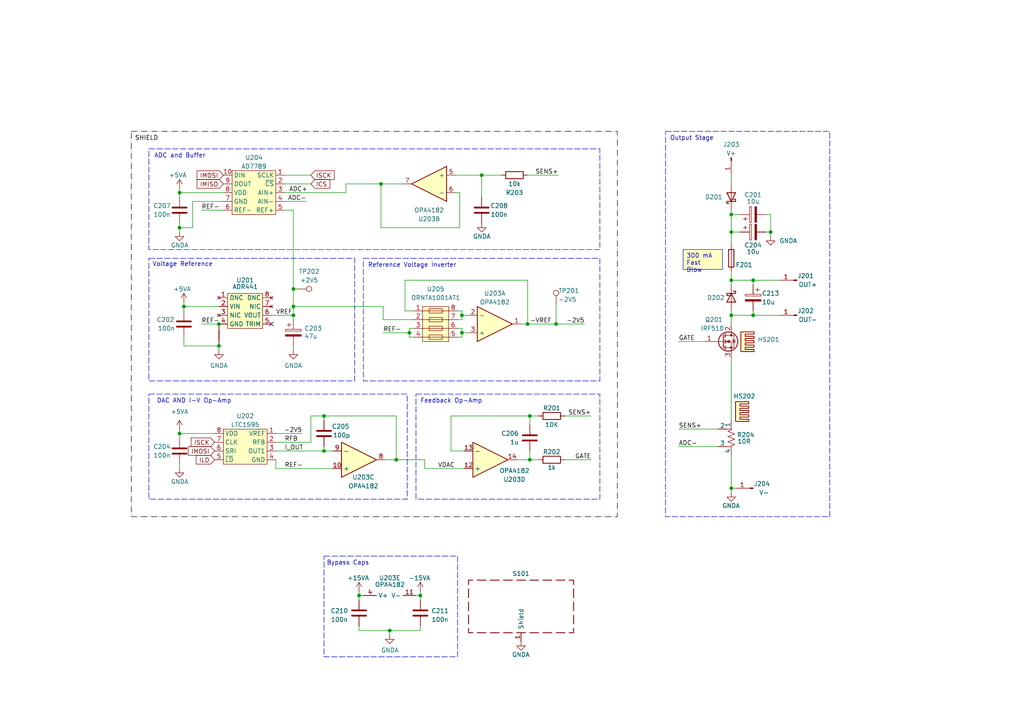
<source format=kicad_sch>
(kicad_sch (version 20250114) (generator "eeschema") (generator_version "9.0")
  (paper "A4")
  (title_block (title "Precision Current Source Analog") (date "2025-04-28") (rev "2.0") (company "M Morano"))
  (lib_symbols
    (symbol "Components:530002B02500G"
      (property "Reference" "HS" (at -1.27 7.62 0))
      (property "Value" "530002B02500G" (at -6.35 5.08 0))
      (symbol "530002B02500G_0_1"
        (polyline (pts (xy -0.254 0.254) (xy -0.889 0.254) (xy -0.889 2.794) (xy -1.524 2.794) (xy -1.524 0.254) (xy -2.159 0.254) (xy -2.159 2.794) (xy -2.794 2.794) (xy -2.794 -1.016) (xy -0.889 -1.016)) (stroke (width 0.254)) (fill (type background)))
        (polyline (pts (xy -0.254 0.254) (xy -0.254 2.794) (xy 0.381 2.794) (xy 0.381 0.254) (xy 1.016 0.254) (xy 1.016 2.794) (xy 1.651 2.794) (xy 1.651 0.254) (xy 2.286 0.254) (xy 2.286 2.794) (xy 2.921 2.794) (xy 2.921 -1.016) (xy -0.889 -1.016)) (stroke (width 0.254)) (fill (type background)))
      )
      (symbol "530002B02500G_1_1"
        (pin no_connect line (at -6.35 -3.81 0) (length 5.08) (hide yes) (name "1") (number "1"))
        (pin no_connect line (at 7.62 -3.81 180) (length 5.08) (hide yes) (name "2") (number "2"))
      )
    )
    (symbol "Components:AD7791"
      (property "Reference" "U" (at 0 11.43 0))
      (property "Value" "AD7791" (at 0 8.89 0))
      (symbol "AD7791_1_1"
        (rectangle (start -6.35 6.35) (end 6.35 -6.35) (fill (type background)))
        (pin input line (at -8.89 5.08 0) (length 2.54) (name "SCLK") (number "1"))
        (pin input line (at -8.89 2.54 0) (length 2.54) (name "~{CS}") (number "2"))
        (pin input line (at -8.89 0 0) (length 2.54) (name "AIN+") (number "3"))
        (pin input line (at -8.89 -2.54 0) (length 2.54) (name "AIN-") (number "4"))
        (pin input line (at -8.89 -5.08 0) (length 2.54) (name "REF+") (number "5"))
        (pin input line (at 8.89 5.08 180) (length 2.54) (name "DIN") (number "10"))
        (pin output line (at 8.89 2.54 180) (length 2.54) (name "DOUT") (number "9"))
        (pin power_in line (at 8.89 0 180) (length 2.54) (name "VDD") (number "8"))
        (pin power_in line (at 8.89 -2.54 180) (length 2.54) (name "GND") (number "7"))
        (pin power_in line (at 8.89 -5.08 180) (length 2.54) (name "REF-") (number "6"))
      )
    )
    (symbol "Components:ADR441"
      (property "Reference" "U" (at 0 6.35 0))
      (property "Value" "ADR441" (at -2.54 0 0))
      (symbol "ADR441_1_1"
        (rectangle (start -5.08 5.08) (end 5.08 -5.08) (fill (type background)))
        (pin no_connect line (at -7.62 3.81 0) (length 2.54) (name "DNC") (number "1"))
        (pin power_in line (at -7.62 1.27 0) (length 2.54) (name "VIN") (number "2"))
        (pin no_connect line (at -7.62 -1.27 0) (length 2.54) (name "NIC") (number "3"))
        (pin power_in line (at -7.62 -3.81 0) (length 2.54) (name "GND") (number "4"))
        (pin no_connect line (at 7.62 3.81 180) (length 2.54) (name "DNC") (number "8"))
        (pin no_connect line (at 7.62 1.27 180) (length 2.54) (name "NIC") (number "7"))
        (pin output line (at 7.62 -1.27 180) (length 2.54) (name "VOUT") (number "6"))
        (pin input line (at 7.62 -3.81 180) (length 2.54) (name "TRIM") (number "5"))
      )
    )
    (symbol "Components:LTC1595"
      (property "Reference" "U" (at 0 0 0))
      (property "Value" "LTC1595" (at 0 0 0))
      (symbol "LTC1595_1_1"
        (rectangle (start -6.35 5.08) (end 6.35 -5.08) (fill (type background)))
        (pin input line (at -8.89 3.81 0) (length 2.54) (name "VREF") (number "1"))
        (pin input line (at -8.89 1.27 0) (length 2.54) (name "RFB") (number "2"))
        (pin output line (at -8.89 -1.27 0) (length 2.54) (name "OUT1") (number "3"))
        (pin power_in line (at -8.89 -3.81 0) (length 2.54) (name "GND") (number "4"))
        (pin power_in line (at 8.89 3.81 180) (length 2.54) (name "VDD") (number "8"))
        (pin input line (at 8.89 1.27 180) (length 2.54) (name "CLK") (number "7"))
        (pin input line (at 8.89 -1.27 180) (length 2.54) (name "SRI") (number "6"))
        (pin input line (at 8.89 -3.81 180) (length 2.54) (name "~{LD}") (number "5"))
      )
    )
    (symbol "Components:ORNTA1001AT1"
      (property "Reference" "U" (at 0 9.525 0))
      (property "Value" "ORNTA1001AT1" (at 0 6.985 0))
      (symbol "ORNTA1001AT1_0_1"
        (polyline (pts (xy -3.81 3.81) (xy 3.81 3.81)))
        (polyline (pts (xy -3.81 1.27) (xy 3.81 1.27)))
        (polyline (pts (xy -3.81 -1.27) (xy 3.81 -1.27)))
        (polyline (pts (xy -3.81 -3.81) (xy 3.81 -3.81)))
        (rectangle (start -1.905 4.445) (end 1.905 3.175))
        (rectangle (start -1.905 1.905) (end 1.905 0.635))
        (rectangle (start -1.905 -0.635) (end 1.905 -1.905))
        (rectangle (start -1.905 -3.175) (end 1.905 -4.445))
      )
      (symbol "ORNTA1001AT1_1_1"
        (rectangle (start -3.81 5.08) (end 3.81 -5.08) (fill (type background)))
        (pin bidirectional line (at -6.35 3.81 0) (length 2.54) (name "") (number "1"))
        (pin bidirectional line (at -6.35 1.27 0) (length 2.54) (name "") (number "2"))
        (pin bidirectional line (at -6.35 -1.27 0) (length 2.54) (name "") (number "3"))
        (pin bidirectional line (at -6.35 -3.81 0) (length 2.54) (name "") (number "4"))
        (pin bidirectional line (at 6.35 3.81 180) (length 2.54) (name "") (number "8"))
        (pin bidirectional line (at 6.35 1.27 180) (length 2.54) (name "") (number "7"))
        (pin bidirectional line (at 6.35 -1.27 180) (length 2.54) (name "") (number "6"))
        (pin bidirectional line (at 6.35 -3.81 180) (length 2.54) (name "") (number "5"))
      )
    )
    (symbol "Connector:Conn_01x01_Pin" (pin_names (offset 1.016) (hide yes))
      (property "Reference" "J" (at 0 2.54 0))
      (property "Value" "Conn_01x01_Pin" (at 0 -2.54 0))
      (symbol "Conn_01x01_Pin_1_1"
        (rectangle (start 0.8636 0.127) (end 0 -0.127) (stroke (width 0.1524)) (fill (type outline)))
        (polyline (pts (xy 1.27 0) (xy 0.8636 0)) (stroke (width 0.1524)))
        (pin passive line (at 5.08 0 180) (length 3.81) (name "Pin_1") (number "1"))
      )
    )
    (symbol "Connector:TestPoint" (pin_numbers (hide yes)) (pin_names (offset 0.762) (hide yes))
      (property "Reference" "TP" (at 0 6.858 0))
      (property "Value" "TestPoint" (at 0 5.08 0))
      (symbol "TestPoint_0_1"
        (circle (center 0 3.302) (radius 0.762))
      )
      (symbol "TestPoint_1_1"
        (pin passive line (at 0 0 90) (length 2.54) (name "1") (number "1"))
      )
    )
    (symbol "Device:C" (pin_numbers (hide yes)) (pin_names (offset 0.254))
      (property "Reference" "C" (at 0.635 2.54 0))
      (property "Value" "C" (at 0.635 -2.54 0))
      (symbol "C_0_1"
        (polyline (pts (xy -2.032 0.762) (xy 2.032 0.762)) (stroke (width 0.508)))
        (polyline (pts (xy -2.032 -0.762) (xy 2.032 -0.762)) (stroke (width 0.508)))
      )
      (symbol "C_1_1"
        (pin passive line (at 0 3.81 270) (length 2.794) (name "~") (number "1"))
        (pin passive line (at 0 -3.81 90) (length 2.794) (name "~") (number "2"))
      )
    )
    (symbol "Device:C_Polarized" (pin_numbers (hide yes)) (pin_names (offset 0.254))
      (property "Reference" "C" (at 0.635 2.54 0))
      (property "Value" "C_Polarized" (at 0.635 -2.54 0))
      (symbol "C_Polarized_0_1"
        (rectangle (start -2.286 0.508) (end 2.286 1.016))
        (polyline (pts (xy -1.778 2.286) (xy -0.762 2.286)))
        (polyline (pts (xy -1.27 2.794) (xy -1.27 1.778)))
        (rectangle (start 2.286 -0.508) (end -2.286 -1.016) (fill (type outline)))
      )
      (symbol "C_Polarized_1_1"
        (pin passive line (at 0 3.81 270) (length 2.794) (name "~") (number "1"))
        (pin passive line (at 0 -3.81 90) (length 2.794) (name "~") (number "2"))
      )
    )
    (symbol "Device:D_Schottky" (pin_numbers (hide yes)) (pin_names (offset 1.016) (hide yes))
      (property "Reference" "D" (at 0 2.54 0))
      (property "Value" "D_Schottky" (at 0 -2.54 0))
      (symbol "D_Schottky_0_1"
        (polyline (pts (xy -1.905 0.635) (xy -1.905 1.27) (xy -1.27 1.27) (xy -1.27 -1.27) (xy -0.635 -1.27) (xy -0.635 -0.635)) (stroke (width 0.254)))
        (polyline (pts (xy 1.27 1.27) (xy 1.27 -1.27) (xy -1.27 0) (xy 1.27 1.27)) (stroke (width 0.254)))
        (polyline (pts (xy 1.27 0) (xy -1.27 0)))
      )
      (symbol "D_Schottky_1_1"
        (pin passive line (at -3.81 0 0) (length 2.54) (name "K") (number "1"))
        (pin passive line (at 3.81 0 180) (length 2.54) (name "A") (number "2"))
      )
    )
    (symbol "Device:Fuse" (pin_numbers (hide yes)) (pin_names (offset 0))
      (property "Reference" "F" (at 2.032 0 90))
      (property "Value" "Fuse" (at -1.905 0 90))
      (symbol "Fuse_0_1"
        (rectangle (start -0.762 -2.54) (end 0.762 2.54) (stroke (width 0.254)))
        (polyline (pts (xy 0 2.54) (xy 0 -2.54)))
      )
      (symbol "Fuse_1_1"
        (pin passive line (at 0 3.81 270) (length 1.27) (name "~") (number "1"))
        (pin passive line (at 0 -3.81 90) (length 1.27) (name "~") (number "2"))
      )
    )
    (symbol "Device:NetTie_2" (pin_numbers (hide yes)) (pin_names (offset 0) (hide yes)) (in_bom no)
      (property "Reference" "NT" (at 0 1.27 0))
      (property "Value" "NetTie_2" (at 0 -1.27 0))
      (symbol "NetTie_2_0_1"
        (polyline (pts (xy -1.27 0) (xy 1.27 0)) (stroke (width 0.254)))
      )
      (symbol "NetTie_2_1_1"
        (pin passive line (at -2.54 0 0) (length 2.54) (name "1") (number "1"))
        (pin passive line (at 2.54 0 180) (length 2.54) (name "2") (number "2"))
      )
    )
    (symbol "Device:Opamp_Quad"
      (property "Reference" "U" (at 0 5.08 0))
      (property "Value" "Opamp_Quad" (at 0 -5.08 0))
      (symbol "Opamp_Quad_1_1"
        (polyline (pts (xy -5.08 5.08) (xy 5.08 0) (xy -5.08 -5.08) (xy -5.08 5.08)) (stroke (width 0.254)) (fill (type background)))
        (pin input line (at -7.62 2.54 0) (length 2.54) (name "+") (number "3"))
        (pin input line (at -7.62 -2.54 0) (length 2.54) (name "-") (number "2"))
        (pin output line (at 7.62 0 180) (length 2.54) (name "~") (number "1"))
      )
      (symbol "Opamp_Quad_2_1"
        (polyline (pts (xy -5.08 5.08) (xy 5.08 0) (xy -5.08 -5.08) (xy -5.08 5.08)) (stroke (width 0.254)) (fill (type background)))
        (pin input line (at -7.62 2.54 0) (length 2.54) (name "+") (number "5"))
        (pin input line (at -7.62 -2.54 0) (length 2.54) (name "-") (number "6"))
        (pin output line (at 7.62 0 180) (length 2.54) (name "~") (number "7"))
      )
      (symbol "Opamp_Quad_3_1"
        (polyline (pts (xy -5.08 5.08) (xy 5.08 0) (xy -5.08 -5.08) (xy -5.08 5.08)) (stroke (width 0.254)) (fill (type background)))
        (pin input line (at -7.62 2.54 0) (length 2.54) (name "+") (number "10"))
        (pin input line (at -7.62 -2.54 0) (length 2.54) (name "-") (number "9"))
        (pin output line (at 7.62 0 180) (length 2.54) (name "~") (number "8"))
      )
      (symbol "Opamp_Quad_4_1"
        (polyline (pts (xy -5.08 5.08) (xy 5.08 0) (xy -5.08 -5.08) (xy -5.08 5.08)) (stroke (width 0.254)) (fill (type background)))
        (pin input line (at -7.62 2.54 0) (length 2.54) (name "+") (number "12"))
        (pin input line (at -7.62 -2.54 0) (length 2.54) (name "-") (number "13"))
        (pin output line (at 7.62 0 180) (length 2.54) (name "~") (number "14"))
      )
      (symbol "Opamp_Quad_5_1"
        (pin power_in line (at -2.54 7.62 270) (length 3.81) (name "V+") (number "4"))
        (pin power_in line (at -2.54 -7.62 90) (length 3.81) (name "V-") (number "11"))
      )
    )
    (symbol "Device:Q_NMOS_GDS" (pin_names (offset 0) (hide yes))
      (property "Reference" "Q" (at 5.08 1.27 0))
      (property "Value" "Q_NMOS_GDS" (at 5.08 -1.27 0))
      (symbol "Q_NMOS_GDS_0_1"
        (polyline (pts (xy 0.254 1.905) (xy 0.254 -1.905)) (stroke (width 0.254)))
        (polyline (pts (xy 0.254 0) (xy -2.54 0)))
        (polyline (pts (xy 0.762 2.286) (xy 0.762 1.27)) (stroke (width 0.254)))
        (polyline (pts (xy 0.762 0.508) (xy 0.762 -0.508)) (stroke (width 0.254)))
        (polyline (pts (xy 0.762 -1.27) (xy 0.762 -2.286)) (stroke (width 0.254)))
        (polyline (pts (xy 0.762 -1.778) (xy 3.302 -1.778) (xy 3.302 1.778) (xy 0.762 1.778)))
        (polyline (pts (xy 1.016 0) (xy 2.032 0.381) (xy 2.032 -0.381) (xy 1.016 0)) (fill (type outline)))
        (circle (center 1.651 0) (radius 2.794) (stroke (width 0.254)))
        (polyline (pts (xy 2.54 2.54) (xy 2.54 1.778)))
        (circle (center 2.54 1.778) (radius 0.254) (fill (type outline)))
        (circle (center 2.54 -1.778) (radius 0.254) (fill (type outline)))
        (polyline (pts (xy 2.54 -2.54) (xy 2.54 0) (xy 0.762 0)))
        (polyline (pts (xy 2.794 0.508) (xy 2.921 0.381) (xy 3.683 0.381) (xy 3.81 0.254)))
        (polyline (pts (xy 3.302 0.381) (xy 2.921 -0.254) (xy 3.683 -0.254) (xy 3.302 0.381)))
      )
      (symbol "Q_NMOS_GDS_1_1"
        (pin input line (at -5.08 0 0) (length 2.54) (name "G") (number "1"))
        (pin passive line (at 2.54 5.08 270) (length 2.54) (name "D") (number "2"))
        (pin passive line (at 2.54 -5.08 90) (length 2.54) (name "S") (number "3"))
      )
    )
    (symbol "Device:R" (pin_numbers (hide yes)) (pin_names (offset 0))
      (property "Reference" "R" (at 2.032 0 90))
      (property "Value" "R" (at 0 0 90))
      (symbol "R_0_1"
        (rectangle (start -1.016 -2.54) (end 1.016 2.54) (stroke (width 0.254)))
      )
      (symbol "R_1_1"
        (pin passive line (at 0 3.81 270) (length 1.27) (name "~") (number "1"))
        (pin passive line (at 0 -3.81 90) (length 1.27) (name "~") (number "2"))
      )
    )
    (symbol "Device:RFShield_OnePiece" (pin_names (offset 1.016))
      (property "Reference" "J" (at 0 5.08 0))
      (property "Value" "RFShield_OnePiece" (at 0 2.54 0))
      (symbol "RFShield_OnePiece_0_1"
        (polyline (pts (xy -15.24 6.35) (xy -15.24 7.62) (xy -13.97 7.62)) (stroke (width 0.254)))
        (polyline (pts (xy -15.24 2.54) (xy -15.24 5.08)) (stroke (width 0.254)))
        (polyline (pts (xy -15.24 -1.27) (xy -15.24 1.27)) (stroke (width 0.254)))
        (polyline (pts (xy -15.24 -5.08) (xy -15.24 -2.54)) (stroke (width 0.254)))
        (polyline (pts (xy -13.97 -7.62) (xy -15.24 -7.62) (xy -15.24 -6.35)) (stroke (width 0.254)))
        (polyline (pts (xy -12.7 7.62) (xy -10.16 7.62)) (stroke (width 0.254)))
        (polyline (pts (xy -10.16 -7.62) (xy -12.7 -7.62)) (stroke (width 0.254)))
        (polyline (pts (xy -6.35 7.62) (xy -8.89 7.62)) (stroke (width 0.254)))
        (polyline (pts (xy -6.35 -7.62) (xy -8.89 -7.62)) (stroke (width 0.254)))
        (polyline (pts (xy -2.54 7.62) (xy -5.08 7.62)) (stroke (width 0.254)))
        (polyline (pts (xy -2.54 -7.62) (xy -5.08 -7.62)) (stroke (width 0.254)))
        (polyline (pts (xy -1.27 -7.62) (xy 1.27 -7.62)) (stroke (width 0.254)))
        (polyline (pts (xy 1.27 7.62) (xy -1.27 7.62)) (stroke (width 0.254)))
        (polyline (pts (xy 2.54 -7.62) (xy 5.08 -7.62)) (stroke (width 0.254)))
        (polyline (pts (xy 5.08 7.62) (xy 2.54 7.62)) (stroke (width 0.254)))
        (polyline (pts (xy 6.35 -7.62) (xy 8.89 -7.62)) (stroke (width 0.254)))
        (polyline (pts (xy 8.89 7.62) (xy 6.35 7.62)) (stroke (width 0.254)))
        (polyline (pts (xy 10.16 -7.62) (xy 12.7 -7.62)) (stroke (width 0.254)))
        (polyline (pts (xy 12.7 7.62) (xy 10.16 7.62)) (stroke (width 0.254)))
        (polyline (pts (xy 13.97 -7.62) (xy 15.24 -7.62) (xy 15.24 -6.35)) (stroke (width 0.254)))
        (polyline (pts (xy 15.24 6.35) (xy 15.24 7.62) (xy 13.97 7.62)) (stroke (width 0.254)))
        (polyline (pts (xy 15.24 2.54) (xy 15.24 5.08)) (stroke (width 0.254)))
        (polyline (pts (xy 15.24 -1.27) (xy 15.24 1.27)) (stroke (width 0.254)))
        (polyline (pts (xy 15.24 -5.08) (xy 15.24 -2.54)) (stroke (width 0.254)))
      )
      (symbol "RFShield_OnePiece_1_1"
        (pin passive line (at 0 -10.16 90) (length 2.54) (name "Shield") (number "1"))
      )
    )
    (symbol "Device:R_Shunt_US" (pin_numbers (hide yes)) (pin_names (offset 0))
      (property "Reference" "R" (at -5.08 0 90))
      (property "Value" "R_Shunt_US" (at -3.048 0 90))
      (symbol "R_Shunt_US_1_1"
        (polyline (pts (xy 0 2.286) (xy 0 2.54)))
        (polyline (pts (xy 0 2.286) (xy 1.016 1.905) (xy 0 1.524) (xy -1.016 1.143) (xy 0 0.762)))
        (polyline (pts (xy 0 0.762) (xy 1.016 0.381) (xy 0 0) (xy -1.016 -0.381) (xy 0 -0.762)))
        (polyline (pts (xy 0 -0.762) (xy 1.016 -1.143) (xy 0 -1.524) (xy -1.016 -1.905) (xy 0 -2.286)))
        (polyline (pts (xy 0 -2.286) (xy 0 -2.54)))
        (polyline (pts (xy 0 -2.54) (xy 1.27 -2.54)))
        (polyline (pts (xy 1.27 2.54) (xy 0 2.54)))
        (pin passive line (at 0 5.08 270) (length 2.54) (name "1") (number "1"))
        (pin passive line (at 0 -5.08 90) (length 2.54) (name "4") (number "4"))
        (pin passive line (at 3.81 2.54 180) (length 2.54) (name "2") (number "2"))
        (pin passive line (at 3.81 -2.54 180) (length 2.54) (name "3") (number "3"))
      )
    )
    (symbol "Mechanical:Heatsink" (pin_names (offset 1.016))
      (property "Reference" "HS" (at 0 5.08 0))
      (property "Value" "Heatsink" (at 0 -1.27 0))
      (symbol "Heatsink_0_1"
        (polyline (pts (xy -0.3302 1.27) (xy -0.9652 1.27) (xy -0.9652 3.81) (xy -1.6002 3.81) (xy -1.6002 1.27) (xy -2.2352 1.27) (xy -2.2352 3.81) (xy -2.8702 3.81) (xy -2.8702 0) (xy -0.9652 0)) (stroke (width 0.254)) (fill (type background)))
        (polyline (pts (xy -0.3302 1.27) (xy -0.3302 3.81) (xy 0.3048 3.81) (xy 0.3048 1.27) (xy 0.9398 1.27) (xy 0.9398 3.81) (xy 1.5748 3.81) (xy 1.5748 1.27) (xy 2.2098 1.27) (xy 2.2098 3.81) (xy 2.8448 3.81) (xy 2.8448 0) (xy -0.9652 0)) (stroke (width 0.254)) (fill (type background)))
      )
    )
    (symbol "power:+15V" (power) (pin_numbers (hide yes)) (pin_names (offset 0) (hide yes))
      (property "Value" "+15V" (at 0 3.556 0))
      (symbol "+15V_0_1"
        (polyline (pts (xy -0.762 1.27) (xy 0 2.54)))
        (polyline (pts (xy 0 2.54) (xy 0.762 1.27)))
        (polyline (pts (xy 0 0) (xy 0 2.54)))
      )
      (symbol "+15V_1_1"
        (pin power_in line (at 0 0 90) (length 0) (name "~") (number "1"))
      )
    )
    (symbol "power:+5VA" (power) (pin_numbers (hide yes)) (pin_names (offset 0) (hide yes))
      (property "Value" "+5VA" (at 0 3.556 0))
      (symbol "+5VA_0_1"
        (polyline (pts (xy -0.762 1.27) (xy 0 2.54)))
        (polyline (pts (xy 0 2.54) (xy 0.762 1.27)))
        (polyline (pts (xy 0 0) (xy 0 2.54)))
      )
      (symbol "+5VA_1_1"
        (pin power_in line (at 0 0 90) (length 0) (name "~") (number "1"))
      )
    )
    (symbol "power:GNDA" (power) (pin_names (offset 0))
      (property "Value" "GNDA" (at 0 -3.81 0))
      (symbol "GNDA_0_1"
        (polyline (pts (xy 0 0) (xy 0 -1.27) (xy 1.27 -1.27) (xy 0 -2.54) (xy -1.27 -1.27) (xy 0 -1.27)))
      )
      (symbol "GNDA_1_1"
        (pin power_in line (at 0 0 270) (length 0) (hide yes) (name "GNDA") (number "1"))
      )
    )
  )
  (rectangle (start 193.04 38.1) (end 240.665 149.86) (stroke (width 0) (type dash)))
  (rectangle (start 93.98 161.29) (end 132.715 190.5) (stroke (width 0) (type dash)))
  (rectangle (start 120.65 114.3) (end 173.99 144.78) (stroke (width 0) (type dash)))
  (rectangle (start 43.18 74.93) (end 102.87 110.49) (stroke (width 0) (type dash)))
  (rectangle (start 43.18 43.18) (end 173.99 72.39) (stroke (width 0) (type dash)))
  (rectangle (start 38.1 38.1) (end 179.07 149.86) (stroke (width 0) (type dash_dot) (color 0 0 0 1)))
  (rectangle (start 105.41 74.93) (end 173.99 110.49) (stroke (width 0) (type dash)))
  (rectangle (start 43.18 114.3) (end 118.11 144.78) (stroke (width 0) (type dash)))
  (text "ADC and Buffer" (at 44.704 45.974 0) (effects (font (size 1.27 1.27)) (justify left bottom)))
  (text "SHIELD" (at 39.116 40.894 0) (effects (font (size 1.27 1.27)) (justify left bottom)))
  (text "Reference Voltage Inverter" (at 106.68 77.724 0) (effects (font (size 1.27 1.27)) (justify left bottom)))
  (text "Feedback Op-Amp" (at 121.92 117.094 0) (effects (font (size 1.27 1.27)) (justify left bottom)))
  (text "Voltage Reference" (at 44.196 77.47 0) (effects (font (size 1.27 1.27)) (justify left bottom)))
  (text "DAC AND I-V Op-Amp" (at 45.466 117.094 0) (effects (font (size 1.27 1.27)) (justify left bottom)))
  (text "Output Stage" (at 194.31 40.894 0) (effects (font (size 1.27 1.27)) (justify left bottom)))
  (text "Bypass Caps" (at 94.742 164.084 0) (effects (font (size 1.27 1.27)) (justify left bottom)))
  (text_box "300 mA\nFast Blow" (at 198.12 72.39 0) (size 11.43 5.715) (margins 0.9525 0.9525 0.9525 0.9525) (fill (type color) (color 255 255 194 1)) (effects (font (size 1.27 1.27)) (justify left top)))
  (junction (at 218.44 91.44))
  (junction (at 93.98 130.81))
  (junction (at 63.5 100.33))
  (junction (at 121.92 172.72))
  (junction (at 133.985 96.52))
  (junction (at 85.09 83.82))
  (junction (at 212.09 81.28))
  (junction (at 212.09 62.23))
  (junction (at 53.34 88.9))
  (junction (at 153.67 133.35))
  (junction (at 153.67 120.65))
  (junction (at 212.09 67.31))
  (junction (at 133.985 91.44))
  (junction (at 63.5 93.98))
  (junction (at 212.09 91.44))
  (junction (at 104.14 172.72))
  (junction (at 118.745 96.52))
  (junction (at 161.29 93.98))
  (junction (at 114.935 133.35))
  (junction (at 110.49 53.34))
  (junction (at 218.44 81.28))
  (junction (at 52.07 66.04))
  (junction (at 153.035 93.98))
  (junction (at 223.52 67.31))
  (junction (at 85.09 88.9))
  (junction (at 85.09 91.44))
  (junction (at 212.09 141.605))
  (junction (at 139.7 50.8))
  (junction (at 113.03 182.88))
  (junction (at 52.07 55.88))
  (junction (at 52.07 125.73))
  (junction (at 93.98 120.65))
  (no_connect (at 78.74 93.98))
  (wire (pts (xy 132.08 55.88) (xy 133.35 55.88)))
  (wire (pts (xy 111.125 92.71) (xy 111.125 88.9)))
  (wire (pts (xy 212.09 81.28) (xy 218.44 81.28)))
  (wire (pts (xy 121.92 171.45) (xy 121.92 172.72)))
  (wire (pts (xy 123.19 135.89) (xy 134.62 135.89)))
  (wire (pts (xy 85.09 88.9) (xy 85.09 91.44)))
  (wire (pts (xy 223.52 62.23) (xy 222.25 62.23)))
  (wire (pts (xy 117.475 90.17) (xy 120.015 90.17)))
  (wire (pts (xy 121.92 182.88) (xy 121.92 181.61)))
  (wire (pts (xy 53.34 87.63) (xy 53.34 88.9)))
  (wire (pts (xy 52.07 125.73) (xy 52.07 124.46)))
  (wire (pts (xy 212.09 141.605) (xy 212.09 142.875)))
  (wire (pts (xy 114.935 133.35) (xy 114.935 120.65)))
  (wire (pts (xy 55.88 58.42) (xy 55.88 66.04)))
  (wire (pts (xy 52.07 55.88) (xy 64.77 55.88)))
  (wire (pts (xy 110.49 53.34) (xy 116.84 53.34)))
  (wire (pts (xy 212.09 91.44) (xy 212.09 93.98)))
  (wire (pts (xy 117.475 81.28) (xy 153.035 81.28)))
  (wire (pts (xy 82.55 50.8) (xy 90.17 50.8)))
  (wire (pts (xy 113.03 182.88) (xy 121.92 182.88)))
  (wire (pts (xy 90.17 128.27) (xy 80.01 128.27)))
  (wire (pts (xy 132.715 90.17) (xy 133.985 90.17)))
  (wire (pts (xy 212.09 67.31) (xy 212.09 71.12)))
  (wire (pts (xy 52.07 125.73) (xy 52.07 127)))
  (wire (pts (xy 82.55 55.88) (xy 100.33 55.88)))
  (wire (pts (xy 53.34 88.9) (xy 53.34 90.17)))
  (wire (pts (xy 120.015 97.79) (xy 118.745 97.79)))
  (wire (pts (xy 196.85 124.46) (xy 208.28 124.46)))
  (wire (pts (xy 133.985 92.71) (xy 133.985 91.44)))
  (wire (pts (xy 212.09 78.74) (xy 212.09 81.28)))
  (wire (pts (xy 153.035 81.28) (xy 153.035 93.98)))
  (wire (pts (xy 104.14 182.88) (xy 113.03 182.88)))
  (wire (pts (xy 133.35 66.04) (xy 110.49 66.04)))
  (wire (pts (xy 153.035 93.98) (xy 151.13 93.98)))
  (wire (pts (xy 104.14 171.45) (xy 104.14 172.72)))
  (wire (pts (xy 93.98 130.81) (xy 96.52 130.81)))
  (wire (pts (xy 218.44 81.28) (xy 226.06 81.28)))
  (wire (pts (xy 78.74 91.44) (xy 85.09 91.44)))
  (wire (pts (xy 104.14 182.88) (xy 104.14 181.61)))
  (wire (pts (xy 120.015 92.71) (xy 111.125 92.71)))
  (wire (pts (xy 130.81 130.81) (xy 134.62 130.81)))
  (wire (pts (xy 104.14 173.99) (xy 104.14 172.72)))
  (wire (pts (xy 58.42 60.96) (xy 64.77 60.96)))
  (wire (pts (xy 52.07 134.62) (xy 52.07 135.89)))
  (wire (pts (xy 163.83 133.35) (xy 171.45 133.35)))
  (wire (pts (xy 149.86 133.35) (xy 153.67 133.35)))
  (wire (pts (xy 63.5 100.33) (xy 63.5 99.695)))
  (wire (pts (xy 110.49 66.04) (xy 110.49 53.34)))
  (wire (pts (xy 111.76 133.35) (xy 114.935 133.35)))
  (wire (pts (xy 82.55 60.96) (xy 85.09 60.96)))
  (wire (pts (xy 133.985 90.17) (xy 133.985 91.44)))
  (wire (pts (xy 85.09 91.44) (xy 85.09 92.71)))
  (wire (pts (xy 58.42 93.98) (xy 63.5 93.98)))
  (wire (pts (xy 80.01 135.89) (xy 80.01 133.35)))
  (wire (pts (xy 132.715 92.71) (xy 133.985 92.71)))
  (wire (pts (xy 212.09 91.44) (xy 212.09 90.17)))
  (wire (pts (xy 161.29 88.265) (xy 161.29 93.98)))
  (wire (pts (xy 111.125 96.52) (xy 118.745 96.52)))
  (wire (pts (xy 139.7 50.8) (xy 145.415 50.8)))
  (wire (pts (xy 223.52 68.58) (xy 223.52 67.31)))
  (wire (pts (xy 118.745 95.25) (xy 118.745 96.52)))
  (wire (pts (xy 85.09 60.96) (xy 85.09 83.82)))
  (wire (pts (xy 85.09 88.9) (xy 111.125 88.9)))
  (wire (pts (xy 223.52 67.31) (xy 222.25 67.31)))
  (wire (pts (xy 153.67 120.65) (xy 130.81 120.65)))
  (wire (pts (xy 80.01 130.81) (xy 93.98 130.81)))
  (wire (pts (xy 121.92 172.72) (xy 120.65 172.72)))
  (wire (pts (xy 90.17 120.65) (xy 90.17 128.27)))
  (wire (pts (xy 212.09 67.31) (xy 214.63 67.31)))
  (wire (pts (xy 212.09 141.605) (xy 213.36 141.605)))
  (wire (pts (xy 132.715 97.79) (xy 133.985 97.79)))
  (wire (pts (xy 161.29 93.98) (xy 169.545 93.98)))
  (wire (pts (xy 93.98 129.54) (xy 93.98 130.81)))
  (wire (pts (xy 120.015 95.25) (xy 118.745 95.25)))
  (wire (pts (xy 153.67 120.65) (xy 156.21 120.65)))
  (wire (pts (xy 52.07 66.04) (xy 55.88 66.04)))
  (wire (pts (xy 212.09 60.96) (xy 212.09 62.23)))
  (wire (pts (xy 117.475 81.28) (xy 117.475 90.17)))
  (wire (pts (xy 90.17 120.65) (xy 93.98 120.65)))
  (wire (pts (xy 85.09 100.33) (xy 85.09 101.6)))
  (wire (pts (xy 212.09 132.08) (xy 212.09 141.605)))
  (wire (pts (xy 85.09 83.82) (xy 85.09 88.9)))
  (wire (pts (xy 82.55 53.34) (xy 90.17 53.34)))
  (wire (pts (xy 121.92 173.99) (xy 121.92 172.72)))
  (wire (pts (xy 133.985 95.25) (xy 133.985 96.52)))
  (wire (pts (xy 163.83 120.65) (xy 171.45 120.65)))
  (wire (pts (xy 153.035 93.98) (xy 161.29 93.98)))
  (wire (pts (xy 52.07 57.15) (xy 52.07 55.88)))
  (wire (pts (xy 104.14 172.72) (xy 105.41 172.72)))
  (wire (pts (xy 100.33 55.88) (xy 100.33 53.34)))
  (wire (pts (xy 133.35 55.88) (xy 133.35 66.04)))
  (wire (pts (xy 218.44 90.17) (xy 218.44 91.44)))
  (wire (pts (xy 130.81 120.65) (xy 130.81 130.81)))
  (wire (pts (xy 53.34 88.9) (xy 63.5 88.9)))
  (wire (pts (xy 93.98 120.65) (xy 114.935 120.65)))
  (wire (pts (xy 139.7 57.15) (xy 139.7 50.8)))
  (wire (pts (xy 62.23 125.73) (xy 52.07 125.73)))
  (wire (pts (xy 212.09 104.14) (xy 212.09 121.92)))
  (wire (pts (xy 63.5 94.615) (xy 63.5 93.98)))
  (wire (pts (xy 226.06 91.44) (xy 218.44 91.44)))
  (wire (pts (xy 80.01 135.89) (xy 96.52 135.89)))
  (wire (pts (xy 196.85 99.06) (xy 204.47 99.06)))
  (wire (pts (xy 212.09 81.28) (xy 212.09 82.55)))
  (wire (pts (xy 218.44 81.28) (xy 218.44 82.55)))
  (wire (pts (xy 113.03 184.15) (xy 113.03 182.88)))
  (wire (pts (xy 53.34 97.79) (xy 53.34 100.33)))
  (wire (pts (xy 63.5 100.33) (xy 63.5 101.6)))
  (wire (pts (xy 123.19 133.35) (xy 114.935 133.35)))
  (wire (pts (xy 153.035 50.8) (xy 161.925 50.8)))
  (wire (pts (xy 212.09 67.31) (xy 212.09 62.23)))
  (wire (pts (xy 223.52 62.23) (xy 223.52 67.31)))
  (wire (pts (xy 212.09 62.23) (xy 214.63 62.23)))
  (wire (pts (xy 133.985 91.44) (xy 135.89 91.44)))
  (wire (pts (xy 212.09 50.8) (xy 212.09 53.34)))
  (wire (pts (xy 82.55 58.42) (xy 88.9 58.42)))
  (wire (pts (xy 100.33 53.34) (xy 110.49 53.34)))
  (wire (pts (xy 52.07 64.77) (xy 52.07 66.04)))
  (wire (pts (xy 123.19 133.35) (xy 123.19 135.89)))
  (wire (pts (xy 132.715 95.25) (xy 133.985 95.25)))
  (wire (pts (xy 118.745 96.52) (xy 118.745 97.79)))
  (wire (pts (xy 153.67 130.81) (xy 153.67 133.35)))
  (wire (pts (xy 153.67 133.35) (xy 156.21 133.35)))
  (wire (pts (xy 93.98 120.65) (xy 93.98 121.92)))
  (wire (pts (xy 133.985 96.52) (xy 135.89 96.52)))
  (wire (pts (xy 53.34 100.33) (xy 63.5 100.33)))
  (wire (pts (xy 80.01 125.73) (xy 87.63 125.73)))
  (wire (pts (xy 132.08 50.8) (xy 139.7 50.8)))
  (wire (pts (xy 196.85 129.54) (xy 208.28 129.54)))
  (wire (pts (xy 52.07 55.88) (xy 52.07 54.61)))
  (wire (pts (xy 153.67 120.65) (xy 153.67 123.19)))
  (wire (pts (xy 52.07 66.04) (xy 52.07 67.31)))
  (wire (pts (xy 218.44 91.44) (xy 212.09 91.44)))
  (wire (pts (xy 86.36 83.82) (xy 85.09 83.82)))
  (wire (pts (xy 64.77 58.42) (xy 55.88 58.42)))
  (wire (pts (xy 133.985 96.52) (xy 133.985 97.79)))
  (label "-2V5" (at 169.545 93.98 180))
  (label "GATE" (at 196.85 99.06 0))
  (label "REF-" (at 82.55 135.89 0))
  (label "REF-" (at 58.42 60.96 0))
  (label "REF-" (at 58.42 93.98 0))
  (label "ADC-" (at 88.9 58.42 180))
  (label "SENS+" (at 171.45 120.65 180))
  (label "VDAC" (at 127 135.89 0))
  (label "-VREF" (at 153.67 93.98 0))
  (label "REF-" (at 111.125 96.52 0))
  (label "GATE" (at 171.45 133.35 180))
  (label "ADC-" (at 196.85 129.54 0))
  (label "ADC+" (at 83.82 55.88 0))
  (label "RFB" (at 82.55 128.27 0))
  (label "VREF" (at 80.01 91.44 0))
  (label "I_OUT" (at 82.55 130.81 0))
  (label "SENS+" (at 161.925 50.8 180))
  (label "SENS+" (at 196.85 124.46 0))
  (label "-2V5" (at 87.63 125.73 180))
  (global_label "ILD" (shape input) (at 62.23 133.35 180) (property "Intersheetrefs" "${INTERSHEET_REFS}" (effects (hide yes))))
  (global_label "ISCK" (shape input) (at 62.23 128.27 180) (property "Intersheetrefs" "${INTERSHEET_REFS}" (effects (hide yes))))
  (global_label "IMISO" (shape input) (at 64.77 53.34 180) (property "Intersheetrefs" "${INTERSHEET_REFS}" (effects (hide yes))))
  (global_label "ICS" (shape input) (at 90.17 53.34 0) (property "Intersheetrefs" "${INTERSHEET_REFS}" (effects (hide yes))))
  (global_label "ISCK" (shape input) (at 90.17 50.8 0) (property "Intersheetrefs" "${INTERSHEET_REFS}" (effects (hide yes))))
  (global_label "IMOSI" (shape input) (at 64.77 50.8 180) (property "Intersheetrefs" "${INTERSHEET_REFS}" (effects (hide yes))))
  (global_label "IMOSI" (shape input) (at 62.23 130.81 180) (property "Intersheetrefs" "${INTERSHEET_REFS}" (effects (hide yes))))
  (symbol (lib_id "power:GNDA") (at 151.13 186.055 0) (unit 1)
    (property "Reference" "#PWR0213" (effects (hide yes)))
    (property "Value" "GNDA" (at 153.67 189.865 0) (effects (justify right)))
  )
  (symbol (lib_id "Device:C") (at 52.07 130.81 0) (unit 1)
    (property "Reference" "C204" (at 46.99 129.54 0))
    (property "Value" "100n" (at 46.99 132.08 0))
    (property "Footprint" "Capacitor_SMD:C_0603_1608Metric" (effects (hide yes)))
  )
  (symbol (lib_id "Connector:Conn_01x01_Pin") (at 231.14 91.44 180) (unit 1)
    (property "Reference" "J202" (at 233.68 90.17 0))
    (property "Value" "OUT-" (at 234.315 92.71 0))
    (property "Footprint" "Components:1211" (effects (hide yes)))
  )
  (symbol (lib_id "Components:AD7791") (at 73.66 55.88 0) (mirror y) (unit 1)
    (property "Reference" "U204" (at 73.66 45.72 0))
    (property "Value" "AD7789" (at 73.66 48.26 0))
    (property "Footprint" "Package_SO:MSOP-10_3x3mm_P0.5mm" (effects (hide yes)))
  )
  (symbol (lib_id "Connector:Conn_01x01_Pin") (at 218.44 141.605 180) (unit 1)
    (property "Reference" "J204" (at 220.98 140.335 0))
    (property "Value" "V-" (at 221.615 142.875 0))
    (property "Footprint" "Components:1211" (effects (hide yes)))
  )
  (symbol (lib_id "power:+5VA") (at 53.34 87.63 0) (unit 1)
    (property "Reference" "#PWR0201" (effects (hide yes)))
    (property "Value" "+5VA" (at 52.832 83.82 0))
    (property "Description" "Power symbol creates a global label with name \"+5VA\"" (effects (hide yes)))
  )
  (symbol (lib_id "Device:Opamp_Quad") (at 124.46 53.34 0) (mirror y) (unit 2)
    (property "Reference" "U203" (at 124.46 63.5 0))
    (property "Value" "OPA4182" (at 124.46 60.96 0))
    (property "Footprint" "Package_SO:SOIC-14_3.9x8.7mm_P1.27mm" (effects (hide yes)))
  )
  (symbol (lib_id "power:+5VA") (at 52.07 124.46 0) (unit 1)
    (property "Reference" "#PWR0202" (effects (hide yes)))
    (property "Value" "+5VA" (at 52.07 119.38 0))
    (property "Description" "Power symbol creates a global label with name \"+5VA\"" (effects (hide yes)))
  )
  (symbol (lib_id "power:GNDA") (at 113.03 184.15 0) (mirror y) (unit 1)
    (property "Reference" "#PWR0217" (effects (hide yes)))
    (property "Value" "GNDA" (at 110.49 188.595 0) (effects (justify right)))
  )
  (symbol (lib_id "Device:C") (at 121.92 177.8 0) (mirror x) (unit 1)
    (property "Reference" "C211" (at 127.635 177.165 0))
    (property "Value" "100n" (at 127.635 179.705 0))
    (property "Footprint" "Capacitor_SMD:C_0603_1608Metric" (effects (hide yes)))
  )
  (symbol (lib_id "Device:C") (at 52.07 60.96 0) (unit 1)
    (property "Reference" "C207" (at 46.99 59.69 0))
    (property "Value" "100n" (at 46.99 62.23 0))
    (property "Footprint" "Capacitor_SMD:C_0603_1608Metric" (effects (hide yes)))
  )
  (symbol (lib_id "power:GNDA") (at 63.5 101.6 0) (unit 1)
    (property "Reference" "#PWR0205" (effects (hide yes)))
    (property "Value" "GNDA" (at 63.5 106.045 0))
  )
  (symbol (lib_id "power:GNDA") (at 139.7 64.77 0) (mirror y) (unit 1)
    (property "Reference" "#PWR0101" (effects (hide yes)))
    (property "Value" "GNDA" (at 137.16 68.58 0) (effects (justify right)))
  )
  (symbol (lib_id "power:GNDA") (at 223.52 68.58 0) (unit 1)
    (property "Reference" "#PWR0203" (effects (hide yes)))
    (property "Value" "GNDA" (at 226.06 69.8499 0) (effects (justify left)))
  )
  (symbol (lib_id "Device:R") (at 160.02 120.65 90) (unit 1)
    (property "Reference" "R201" (at 160.02 118.364 90))
    (property "Value" "10K" (at 160.02 123.19 90))
    (property "Footprint" "Resistor_SMD:R_0603_1608Metric" (effects (hide yes)))
  )
  (symbol (lib_id "power:GNDA") (at 212.09 142.875 0) (unit 1)
    (property "Reference" "#PWR0211" (effects (hide yes)))
    (property "Value" "GNDA" (at 214.63 146.685 0) (effects (justify right)))
  )
  (symbol (lib_id "Connector:TestPoint") (at 86.36 83.82 270) (mirror x) (unit 1)
    (property "Reference" "TP202" (at 89.662 78.74 90))
    (property "Value" "+2V5" (at 89.662 81.28 90))
    (property "Footprint" "TestPoint:TestPoint_Pad_D1.0mm" (effects (hide yes)))
  )
  (symbol (lib_id "Device:Opamp_Quad") (at 104.14 133.35 0) (mirror x) (unit 3)
    (property "Reference" "U203" (at 105.41 138.43 0))
    (property "Value" "OPA4182" (at 105.41 140.97 0))
    (property "Footprint" "Package_SO:SOIC-14_3.9x8.7mm_P1.27mm" (effects (hide yes)))
  )
  (symbol (lib_id "Device:C_Polarized") (at 85.09 96.52 0) (unit 1)
    (property "Reference" "C203" (at 88.265 95.25 0) (effects (justify left)))
    (property "Value" "47u" (at 88.265 97.536 0) (effects (justify left)))
    (property "Footprint" "Capacitor_SMD:CP_Elec_6.3x5.8" (effects (hide yes)))
  )
  (symbol (lib_id "Connector:Conn_01x01_Pin") (at 212.09 45.72 270) (unit 1)
    (property "Reference" "J203" (at 212.09 41.91 90))
    (property "Value" "V+" (at 212.09 44.45 90))
    (property "Footprint" "Components:1211" (effects (hide yes)))
  )
  (symbol (lib_id "Device:RFShield_OnePiece") (at 151.13 175.895 0) (unit 1)
    (property "Reference" "S101" (at 148.59 166.37 0) (effects (justify left)))
    (property "Value" "RFShield_OnePiece" (effects (hide yes)))
    (property "Footprint" "RF_Shielding:Laird_Technologies_BMI-S-204-F_32.00x32.00mm" (effects (hide yes)))
  )
  (symbol (lib_id "Device:C") (at 139.7 60.96 0) (mirror y) (unit 1)
    (property "Reference" "C208" (at 144.78 59.69 0))
    (property "Value" "100n" (at 144.78 62.23 0))
    (property "Footprint" "Capacitor_SMD:C_0603_1608Metric" (effects (hide yes)))
  )
  (symbol (lib_id "Device:Q_NMOS_GDS") (at 209.55 99.06 0) (unit 1)
    (property "Reference" "Q201" (at 204.47 92.71 0) (effects (justify left)))
    (property "Value" "IRF510" (at 203.2 95.25 0) (effects (justify left)))
    (property "Footprint" "Package_TO_SOT_THT:TO-220-3_Vertical" (effects (hide yes)))
  )
  (symbol (lib_id "Device:C_Polarized") (at 218.44 62.23 90) (unit 1)
    (property "Reference" "C201" (at 220.98 56.515 90) (effects (justify left)))
    (property "Value" "10u" (at 220.345 58.42 90) (effects (justify left)))
    (property "Footprint" "Capacitor_SMD:CP_Elec_6.3x5.8" (effects (hide yes)))
  )
  (symbol (lib_id "Device:C_Polarized") (at 218.44 67.31 90) (mirror x) (unit 1)
    (property "Reference" "C204" (at 220.98 71.12 90) (effects (justify left)))
    (property "Value" "10u" (at 220.345 73.025 90) (effects (justify left)))
    (property "Footprint" "Capacitor_SMD:CP_Elec_6.3x5.8" (effects (hide yes)))
  )
  (symbol (lib_id "Connector:TestPoint") (at 161.29 88.265 0) (unit 1)
    (property "Reference" "TP201" (at 161.925 84.328 0) (effects (justify left)))
    (property "Value" "-2V5" (at 161.925 86.868 0) (effects (justify left)))
    (property "Footprint" "TestPoint:TestPoint_Pad_D1.0mm" (effects (hide yes)))
  )
  (symbol (lib_id "Device:Opamp_Quad") (at 143.51 93.98 0) (mirror x) (unit 1)
    (property "Reference" "U203" (at 143.51 85.09 0))
    (property "Value" "OPA4182" (at 143.51 87.63 0))
    (property "Footprint" "Package_SO:SOIC-14_3.9x8.7mm_P1.27mm" (effects (hide yes)))
  )
  (symbol (lib_id "Device:Opamp_Quad") (at 113.03 175.26 90) (mirror x) (unit 5)
    (property "Reference" "U203" (at 116.205 167.64 90) (effects (justify left)))
    (property "Value" "OPA4182" (at 117.475 169.545 90) (effects (justify left)))
    (property "Footprint" "Package_SO:SOIC-14_3.9x8.7mm_P1.27mm" (effects (hide yes)))
  )
  (symbol (lib_id "power:GNDA") (at 85.09 101.6 0) (unit 1)
    (property "Reference" "#PWR0204" (effects (hide yes)))
    (property "Value" "GNDA" (at 85.09 106.045 0))
  )
  (symbol (lib_id "Device:C_Polarized") (at 218.44 86.36 0) (mirror y) (unit 1)
    (property "Reference" "C213" (at 226.06 85.09 0) (effects (justify left)))
    (property "Value" "10u" (at 224.79 87.63 0) (effects (justify left)))
    (property "Footprint" "Capacitor_SMD:CP_Elec_6.3x5.8" (effects (hide yes)))
  )
  (symbol (lib_id "Device:R_Shunt_US") (at 212.09 127 0) (mirror y) (unit 1)
    (property "Reference" "R204" (at 213.741 126.111 0) (effects (justify right)))
    (property "Value" "10R" (at 213.868 128.016 0) (effects (justify right)))
    (property "Footprint" "Package_TO_SOT_THT:TO-220-4_Vertical" (effects (hide yes)))
  )
  (symbol (lib_id "power:+15V") (at 121.92 171.45 0) (mirror y) (unit 1)
    (property "Reference" "#PWR0208" (effects (hide yes)))
    (property "Value" "-15VA" (at 121.666 167.64 0))
    (property "Description" "Power symbol creates a global label with name \"+15V\"" (effects (hide yes)))
  )
  (symbol (lib_id "Device:C") (at 104.14 177.8 0) (mirror x) (unit 1)
    (property "Reference" "C210" (at 98.425 177.165 0))
    (property "Value" "100n" (at 98.425 179.705 0))
    (property "Footprint" "Capacitor_SMD:C_0603_1608Metric" (effects (hide yes)))
  )
  (symbol (lib_id "Components:ADR441") (at 71.12 90.17 0) (unit 1)
    (property "Reference" "U201" (at 71.12 81.28 0))
    (property "Value" "ADR441" (at 71.12 83.185 0))
    (property "Footprint" "Package_SO:SOIC-8_3.9x4.9mm_P1.27mm" (effects (hide yes)))
  )
  (symbol (lib_id "Device:C") (at 93.98 125.73 0) (mirror y) (unit 1)
    (property "Reference" "C205" (at 98.806 123.698 0))
    (property "Value" "100p" (at 99.06 126.238 0))
    (property "Footprint" "Capacitor_SMD:C_0603_1608Metric" (effects (hide yes)))
  )
  (symbol (lib_id "Device:C") (at 153.67 127 0) (unit 1)
    (property "Reference" "C206" (at 150.495 125.73 0) (effects (justify right)))
    (property "Value" "1u" (at 150.495 128.27 0) (effects (justify right)))
    (property "Footprint" "Components:CB05_AVX" (effects (hide yes)))
    (property "Datasheet" "CB052E0105JBC" (effects (hide yes)))
  )
  (symbol (lib_id "Device:D_Schottky") (at 212.09 57.15 90) (unit 1)
    (property "Reference" "D201" (at 204.47 57.15 90) (effects (justify right)))
    (property "Value" "D_Schottky" (effects (hide yes)))
    (property "Footprint" "Diode_SMD:D_SOD-123F" (effects (hide yes)))
    (property "Datasheet" "SMD110PL-TP" (effects (hide yes)))
  )
  (symbol (lib_id "Device:D_Schottky") (at 212.09 86.36 270) (unit 1)
    (property "Reference" "D202" (at 210.185 86.36 90) (effects (justify right)))
    (property "Value" "D_Schottky" (effects (hide yes)))
    (property "Footprint" "Diode_SMD:D_SOD-123F" (effects (hide yes)))
    (property "Datasheet" "SMD110PL-TP" (effects (hide yes)))
  )
  (symbol (lib_id "Mechanical:Heatsink") (at 213.36 119.38 270) (unit 1)
    (property "Reference" "HS202" (at 212.725 114.935 90) (effects (justify left)))
    (property "Value" "Heatsink" (effects (hide yes)))
    (property "Footprint" "Components:577102B04000G" (effects (hide yes)))
  )
  (symbol (lib_id "Device:Opamp_Quad") (at 142.24 133.35 0) (mirror x) (unit 4)
    (property "Reference" "U203" (at 149.225 139.065 0))
    (property "Value" "OPA4182" (at 149.225 136.525 0))
    (property "Footprint" "Package_SO:SOIC-14_3.9x8.7mm_P1.27mm" (effects (hide yes)))
  )
  (symbol (lib_id "Components:530002B02500G") (at 215.9 99.06 270) (unit 1)
    (property "Reference" "HS201" (at 219.71 98.4885 90) (effects (justify left)))
    (property "Value" "530002B02500G" (effects (hide yes)))
    (property "Footprint" "529802B02500G" (effects (hide yes)))
    (property "Datasheet" "https://datasheet.datasheetarchive.com/originals/distributors/Datasheets-DGA11/2294712.pdf" (effects (hide yes)))
    (property "Mouser Part Number" "532-530002B02500G" (effects (hide yes)))
    (property "Mouser Price/Stock" "https://www.mouser.co.uk/ProductDetail/Aavid/530002B02500G?qs=U7T%2FEnMyvTvnsUSILY5qjg%3D%3D" (effects (hide yes)))
    (property "Manufacturer_Name" "Aavid Thermalloy" (effects (hide yes)))
    (property "Manufacturer_Part_Number" "530002B02500G" (effects (hide yes)))
  )
  (symbol (lib_id "Device:C") (at 53.34 93.98 0) (unit 1)
    (property "Reference" "C202" (at 48.006 92.71 0))
    (property "Value" "100n" (at 48.26 95.25 0))
    (property "Footprint" "Capacitor_SMD:C_0603_1608Metric" (effects (hide yes)))
  )
  (symbol (lib_id "power:+5VA") (at 52.07 54.61 0) (unit 1)
    (property "Reference" "#PWR0206" (effects (hide yes)))
    (property "Value" "+5VA" (at 51.562 50.8 0))
    (property "Description" "Power symbol creates a global label with name \"+5VA\"" (effects (hide yes)))
  )
  (symbol (lib_id "power:+15V") (at 104.14 171.45 0) (mirror y) (unit 1)
    (property "Reference" "#PWR0207" (effects (hide yes)))
    (property "Value" "+15VA" (at 103.886 167.64 0))
    (property "Description" "Power symbol creates a global label with name \"+15V\"" (effects (hide yes)))
  )
  (symbol (lib_id "Device:Fuse") (at 212.09 74.93 0) (unit 1)
    (property "Reference" "F201" (at 213.36 76.835 0) (effects (justify left)))
    (property "Value" "Fuse" (effects (hide yes)))
    (property "Footprint" "Components:0031.7701.22" (effects (hide yes)))
  )
  (symbol (lib_id "Device:R") (at 149.225 50.8 90) (mirror x) (unit 1)
    (property "Reference" "R203" (at 149.225 55.88 90))
    (property "Value" "10k" (at 149.225 53.34 90))
    (property "Footprint" "Resistor_SMD:R_0603_1608Metric" (effects (hide yes)))
  )
  (symbol (lib_id "Device:NetTie_2") (at 63.5 97.155 90) (unit 1) (in_bom no)
    (property "Reference" "NT201" (effects (hide yes)))
    (property "Value" "NetTie_2" (effects (hide yes)))
    (property "Footprint" "Components:SmallNetTie" (effects (hide yes)))
  )
  (symbol (lib_id "Device:R") (at 160.02 133.35 90) (unit 1)
    (property "Reference" "R202" (at 160.02 131.064 90))
    (property "Value" "1k" (at 160.02 135.636 90))
    (property "Footprint" "Resistor_SMD:R_0603_1608Metric" (effects (hide yes)))
  )
  (symbol (lib_id "Components:ORNTA1001AT1") (at 126.365 93.98 0) (unit 1)
    (property "Reference" "U205" (at 126.365 83.82 0))
    (property "Value" "ORNTA1001AT1" (at 126.365 86.36 0))
    (property "Footprint" "Package_SO:SOIC-8_3.9x4.9mm_P1.27mm" (effects (hide yes)))
    (property "Datasheet" "https://www.vishay.com/docs/60005/orn.pdf" (effects (hide yes)))
  )
  (symbol (lib_id "Components:LTC1595") (at 71.12 129.54 0) (mirror y) (unit 1)
    (property "Reference" "U202" (at 71.12 120.65 0))
    (property "Value" "LTC1595" (at 71.12 123.19 0))
    (property "Footprint" "Package_SO:SOIC-8_3.9x4.9mm_P1.27mm" (effects (hide yes)))
  )
  (symbol (lib_id "power:GNDA") (at 52.07 67.31 0) (mirror y) (unit 1)
    (property "Reference" "#PWR0209" (effects (hide yes)))
    (property "Value" "GNDA" (at 49.53 71.12 0) (effects (justify right)))
  )
  (symbol (lib_id "Connector:Conn_01x01_Pin") (at 231.14 81.28 180) (unit 1)
    (property "Reference" "J201" (at 233.68 80.01 0))
    (property "Value" "OUT+" (at 234.315 82.55 0))
    (property "Footprint" "Components:1211" (effects (hide yes)))
  )
  (symbol (lib_id "power:GNDA") (at 52.07 135.89 0) (mirror y) (unit 1)
    (property "Reference" "#PWR0210" (effects (hide yes)))
    (property "Value" "GNDA" (at 49.53 139.7 0) (effects (justify right)))
  )
)
</source>
